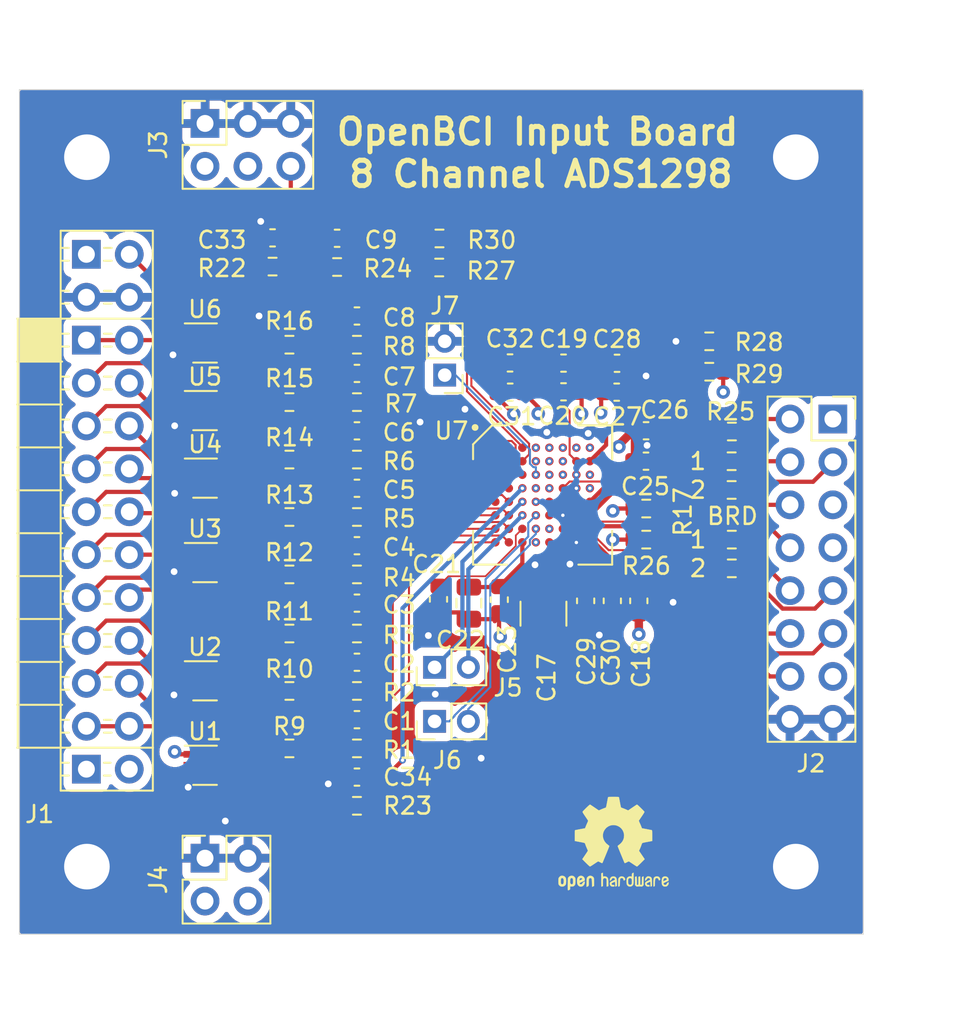
<source format=kicad_pcb>
(kicad_pcb (version 20221018) (generator pcbnew)
  (layers (0 "F.Cu" signal) (1 "In1.Cu" signal) (2 "In2.Cu" signal) (3 "In3.Cu" signal) (4 "In4.Cu" signal) (31 "B.Cu" signal) (34 "B.Paste" user) (35 "F.Paste" user) (36 "B.SilkS" user "B.Silkscreen") (37 "F.SilkS" user "F.Silkscreen") (38 "B.Mask" user) (39 "F.Mask" user) (44 "Edge.Cuts" user))
  (net 0 "")
  (net 1 "GND")
  (net 2 "-2V5")
  (net 3 "+2V5")
  (net 4 "/Analog_Input/1P")
  (net 5 "/Analog_Input/1N")
  (net 6 "/Analog_Input/2P")
  (net 7 "/Analog_Input/2N")
  (net 8 "/Analog_Input/3P")
  (net 9 "/Analog_Input/3N")
  (net 10 "/Analog_Input/4P")
  (net 11 "/Analog_Input/4N")
  (net 12 "/Analog_Input/5P")
  (net 13 "/Analog_Input/5N")
  (net 14 "/Analog_Input/6P")
  (net 15 "/Analog_Input/6N")
  (net 16 "/Analog_Input/7P")
  (net 17 "/Analog_Input/7N")
  (net 18 "/Analog_Input/8P")
  (net 19 "/Analog_Input/8N")
  (net 20 "/Analog_Input/BIAS")
  (net 21 "/ADS1298/IN1P")
  (net 22 "/ADS1298/IN2P")
  (net 23 "/ADS1298/IN3P")
  (net 24 "/ADS1298/IN4P")
  (net 25 "/ADS1298/IN5P")
  (net 26 "/ADS1298/IN6P")
  (net 27 "/ADS1298/IN7P")
  (net 28 "/ADS1298/IN8P")
  (net 29 "/ADS1298/IN1N")
  (net 30 "/ADS1298/IN2N")
  (net 31 "/ADS1298/IN3N")
  (net 32 "/ADS1298/IN4N")
  (net 33 "/ADS1298/IN5N")
  (net 34 "/ADS1298/IN6N")
  (net 35 "/ADS1298/IN7N")
  (net 36 "/ADS1298/IN8N")
  (net 37 "Net-(U7-VCAP1)")
  (net 38 "Net-(U7-VCAP2)")
  (net 39 "Net-(U7-VCAP3)")
  (net 40 "Net-(U7-VCAP4)")
  (net 41 "Net-(U7-VREFP)")
  (net 42 "+3.3V")
  (net 43 "/ADS1298/DRDY2")
  (net 44 "/ADS1298/DRDY1")
  (net 46 "/ADS1298/DOUT")
  (net 48 "/ADS1298/SCLK")
  (net 49 "/ADS1298/CS2")
  (net 50 "/ADS1298/CS1")
  (net 51 "/ADS1298/RESET")
  (net 52 "/ADS1298/CLK")
  (net 54 "/ADS1298/DIN")
  (net 55 "/ADS1298/CS")
  (net 56 "/ADS1298/DRDY")
  (net 57 "Net-(U7-CLKSEL)")
  (net 66 "Net-(J5-Pin_1)")
  (net 67 "Net-(J5-Pin_2)")
  (net 68 "Net-(J6-Pin_1)")
  (net 69 "Net-(J6-Pin_2)")
  (net 70 "/ADS1298/RL_OUT")
  (net 71 "/ADS1298/WCT")
  (net 72 "/Analog_Input/WCT_OUT")
  (net 73 "Net-(J7-Pin_1)")
  (net 74 "Net-(U7-RLDIN)")
  (net 75 "Net-(U7-RLDOUT)")
  (net 77 "Net-(U7-RLDINV)")
  (footprint "Capacitor_SMD:C_0603_1608Metric" (layer "F.Cu") (at 120 87.3)
    (fp_text reference "C1")
    (fp_text value "1n")
  )
  (footprint "Capacitor_SMD:C_0603_1608Metric" (layer "F.Cu") (at 120 83.9)
    (fp_text reference "C2")
    (fp_text value "1n")
  )
  (footprint "Capacitor_SMD:C_0603_1608Metric" (layer "F.Cu") (at 120 80.4)
    (fp_text reference "C3")
    (fp_text value "1n")
  )
  (footprint "Capacitor_SMD:C_0603_1608Metric" (layer "F.Cu") (at 120 77)
    (fp_text reference "C4")
    (fp_text value "1n")
  )
  (footprint "Capacitor_SMD:C_0603_1608Metric" (layer "F.Cu") (at 120 73.6)
    (fp_text reference "C5")
    (fp_text value "1n")
  )
  (footprint "Capacitor_SMD:C_0603_1608Metric" (layer "F.Cu") (at 120 70.2)
    (fp_text reference "C6")
    (fp_text value "1n")
  )
  (footprint "Capacitor_SMD:C_0603_1608Metric" (layer "F.Cu") (at 120 66.8)
    (fp_text reference "C7")
    (fp_text value "1n")
  )
  (footprint "Capacitor_SMD:C_0603_1608Metric" (layer "F.Cu") (at 120 63.4)
    (fp_text reference "C8")
    (fp_text value "1n")
  )
  (footprint "Capacitor_SMD:C_1210_3225Metric" (layer "F.Cu") (at 131.05 81.025 -90)
    (fp_text reference "C17")
    (fp_text value "100u")
  )
  (footprint "Capacitor_SMD:C_0603_1608Metric" (layer "F.Cu") (at 136.7 80.265 -90)
    (fp_text reference "C18")
    (fp_text value "1u")
  )
  (footprint "Capacitor_SMD:C_0603_1608Metric" (layer "F.Cu") (at 132.24 66.19)
    (fp_text reference "C19")
    (fp_text value "1u")
  )
  (footprint "Capacitor_SMD:C_0603_1608Metric" (layer "F.Cu") (at 132.24 67.89)
    (fp_text reference "C20")
    (fp_text value "0.1u")
  )
  (footprint "Capacitor_SMD:C_0603_1608Metric" (layer "F.Cu") (at 124.83 80.175 -90)
    (fp_text reference "C21")
    (fp_text value "1u")
  )
  (footprint "Capacitor_SMD:C_0805_2012Metric" (layer "F.Cu") (at 126.63 80.4 -90)
    (fp_text reference "C22")
    (fp_text value "10u")
  )
  (footprint "Capacitor_SMD:C_0603_1608Metric" (layer "F.Cu") (at 128.43 80.195 -90)
    (fp_text reference "C23")
    (fp_text value "0.1u")
  )
  (footprint "Capacitor_SMD:C_0603_1608Metric" (layer "F.Cu") (at 137.125 71.995)
    (fp_text reference "C25")
    (fp_text value "0.1u")
  )
  (footprint "Capacitor_SMD:C_0603_1608Metric" (layer "F.Cu") (at 137.13 70.195)
    (fp_text reference "C26")
    (fp_text value "1u")
  )
  (footprint "Capacitor_SMD:C_0603_1608Metric" (layer "F.Cu") (at 135.39 67.91)
    (fp_text reference "C27")
    (fp_text value "0.1u")
  )
  (footprint "Capacitor_SMD:C_0603_1608Metric" (layer "F.Cu") (at 135.41 66.2)
    (fp_text reference "C28")
    (fp_text value "1u")
  )
  (footprint "Capacitor_SMD:C_0603_1608Metric" (layer "F.Cu") (at 133.55 80.265 -90)
    (fp_text reference "C29")
    (fp_text value "0.1u")
  )
  (footprint "Capacitor_SMD:C_0603_1608Metric" (layer "F.Cu") (at 135.13 80.265 -90)
    (fp_text reference "C30")
    (fp_text value "1u")
  )
  (footprint "Capacitor_SMD:C_0603_1608Metric" (layer "F.Cu") (at 129.08 67.91)
    (fp_text reference "C31")
    (fp_text value "0.1u")
  )
  (footprint "Capacitor_SMD:C_0603_1608Metric" (layer "F.Cu") (at 129.07 66.18)
    (fp_text reference "C32")
    (fp_text value "1u")
  )
  (footprint "OpenBCI_ESP32:PinHeader_2x13_P2.54mm_OpenBCI" (layer "F.Cu") (at 102.7 78.8)
    (fp_text reference "J1")
    (fp_text value "Conn_02x13_Odd_Even")
  )
  (footprint "Resistor_SMD:R_0603_1608Metric" (layer "F.Cu") (at 120 89 180)
    (fp_text reference "R1")
    (fp_text value "2k2")
  )
  (footprint "Resistor_SMD:R_0603_1608Metric" (layer "F.Cu") (at 120 85.6 180)
    (fp_text reference "R2")
    (fp_text value "2k2")
  )
  (footprint "Resistor_SMD:R_0603_1608Metric" (layer "F.Cu") (at 120 82.2 180)
    (fp_text reference "R3")
    (fp_text value "2k2")
  )
  (footprint "Resistor_SMD:R_0603_1608Metric" (layer "F.Cu") (at 120 78.7 180)
    (fp_text reference "R4")
    (fp_text value "2k2")
  )
  (footprint "Resistor_SMD:R_0603_1608Metric" (layer "F.Cu") (at 120 75.3 180)
    (fp_text reference "R5")
    (fp_text value "2k2")
  )
  (footprint "Resistor_SMD:R_0603_1608Metric" (layer "F.Cu") (at 120 71.9 180)
    (fp_text reference "R6")
    (fp_text value "2k2")
  )
  (footprint "Resistor_SMD:R_0603_1608Metric" (layer "F.Cu") (at 120 68.5 180)
    (fp_text reference "R7")
    (fp_text value "2k2")
  )
  (footprint "Resistor_SMD:R_0603_1608Metric" (layer "F.Cu") (at 120 65.1 180)
    (fp_text reference "R8")
    (fp_text value "2k2")
  )
  (footprint "Resistor_SMD:R_0603_1608Metric" (layer "F.Cu") (at 116 89 180)
    (fp_text reference "R9")
    (fp_text value "2k2")
  )
  (footprint "Resistor_SMD:R_0603_1608Metric" (layer "F.Cu") (at 116 85.6 180)
    (fp_text reference "R10")
    (fp_text value "2k2")
  )
  (footprint "Resistor_SMD:R_0603_1608Metric" (layer "F.Cu") (at 116 82.2 180)
    (fp_text reference "R11")
    (fp_text value "2k2")
  )
  (footprint "Resistor_SMD:R_0603_1608Metric" (layer "F.Cu") (at 116 78.7 180)
    (fp_text reference "R12")
    (fp_text value "2k2")
  )
  (footprint "Resistor_SMD:R_0603_1608Metric" (layer "F.Cu") (at 116 75.3 180)
    (fp_text reference "R13")
    (fp_text value "2k2")
  )
  (footprint "Resistor_SMD:R_0603_1608Metric" (layer "F.Cu") (at 116 71.9 180)
    (fp_text reference "R14")
    (fp_text value "2k2")
  )
  (footprint "Resistor_SMD:R_0603_1608Metric" (layer "F.Cu") (at 116 68.5 180)
    (fp_text reference "R15")
    (fp_text value "2k2")
  )
  (footprint "Resistor_SMD:R_0603_1608Metric" (layer "F.Cu") (at 116 65.1 180)
    (fp_text reference "R16")
    (fp_text value "2k2")
  )
  (footprint "Package_TO_SOT_SMD:SOT-363_SC-70-6" (layer "F.Cu") (at 111 90)
    (fp_text reference "U1")
    (fp_text value "TPD4E1B06")
  )
  (footprint "Package_TO_SOT_SMD:SOT-363_SC-70-6" (layer "F.Cu") (at 111 85)
    (fp_text reference "U2")
    (fp_text value "TPD4E1B06")
  )
  (footprint "Package_TO_SOT_SMD:SOT-363_SC-70-6" (layer "F.Cu") (at 111 78)
    (fp_text reference "U3")
    (fp_text value "TPD4E1B06")
  )
  (footprint "Package_TO_SOT_SMD:SOT-363_SC-70-6" (layer "F.Cu") (at 111 73)
    (fp_text reference "U4")
    (fp_text value "TPD4E1B06")
  )
  (footprint "Package_TO_SOT_SMD:SOT-363_SC-70-6" (layer "F.Cu") (at 111 69)
    (fp_text reference "U5")
    (fp_text value "TPD4E1B06")
  )
  (footprint "Package_TO_SOT_SMD:SOT-363_SC-70-6" (layer "F.Cu") (at 111 65)
    (fp_text reference "U6")
    (fp_text value "TPD4E1B06")
  )
  (footprint "OpenBCI_ESP32:BGA-64_8x8_8.0x8.0mm" (layer "F.Cu") (at 131 74)
    (fp_text reference "U7")
    (fp_text value "ADS1298RIZXGR")
  )
  (footprint "Connector_PinSocket_2.54mm:PinSocket_2x08_P2.54mm_Vertical" (layer "F.Cu") (at 148.2 69.5)
    (fp_text reference "J2")
    (fp_text value "Conn_02x08_Odd_Even")
  )
  (footprint "Resistor_SMD:R_0603_1608Metric" (layer "F.Cu") (at 142.21 76.64 180)
    (fp_text reference "R18" hide)
    (fp_text value "0R")
  )
  (footprint "Resistor_SMD:R_0603_1608Metric" (layer "F.Cu") (at 142.21 78.34 180)
    (fp_text reference "R19" hide)
    (fp_text value "NF")
  )
  (footprint "Resistor_SMD:R_0603_1608Metric" (layer "F.Cu") (at 142.2 72 180)
    (fp_text reference "R20" hide)
    (fp_text value "0R")
  )
  (footprint "Resistor_SMD:R_0603_1608Metric" (layer "F.Cu") (at 142.2 73.7 180)
    (fp_text reference "R21" hide)
    (fp_text value "NF")
  )
  (footprint "Capacitor_SMD:C_0603_1608Metric" (layer "F.Cu") (at 115 58.775 180)
    (fp_text reference "C33")
    (fp_text value "1n")
  )
  (footprint "Capacitor_SMD:C_0603_1608Metric" (layer "F.Cu") (at 120 90.7 180)
    (fp_text reference "C34")
    (fp_text value "1n")
  )
  (footprint "Resistor_SMD:R_0603_1608Metric" (layer "F.Cu") (at 115 60.475 180)
    (fp_text reference "R22")
    (fp_text value "2k2")
  )
  (footprint "Resistor_SMD:R_0603_1608Metric" (layer "F.Cu") (at 120 92.4 180)
    (fp_text reference "R23")
    (fp_text value "2k2")
  )
  (footprint "Resistor_SMD:R_0603_1608Metric" (layer "F.Cu") (at 118.825 60.5)
    (fp_text reference "R24")
    (fp_text value "330K")
  )
  (footprint "Connector_PinSocket_2.54mm:PinSocket_2x03_P2.54mm_Vertical" (layer "F.Cu") (at 111 52 90)
    (fp_text reference "J3")
    (fp_text value "Conn_02x03_Odd_Even")
  )
  (footprint "Connector_PinSocket_2.54mm:PinSocket_2x02_P2.54mm_Vertical" (layer "F.Cu") (at 111 95.5 90)
    (fp_text reference "J4")
    (fp_text value "Conn_02x02_Odd_Even")
  )
  (footprint "MountingHole:MountingHole_2.7mm_M2.5" (layer "F.Cu") (at 104 54)
    (fp_text reference "H1" hide)
    (fp_text value "MountingHole")
  )
  (footprint "MountingHole:MountingHole_2.7mm_M2.5" (layer "F.Cu") (at 104 96)
    (fp_text reference "H2" hide)
    (fp_text value "MountingHole")
  )
  (footprint "MountingHole:MountingHole_2.7mm_M2.5" (layer "F.Cu") (at 146 54)
    (fp_text reference "H3" hide)
    (fp_text value "MountingHole")
  )
  (footprint "MountingHole:MountingHole_2.7mm_M2.5" (layer "F.Cu") (at 146 96)
    (fp_text reference "H4" hide)
    (fp_text value "MountingHole")
  )
  (footprint "Symbol:OSHW-Logo2_7.3x6mm_SilkScreen" (layer "F.Cu") (at 135.2 94.63)
    (fp_text reference "LOGO1" hide)
    (fp_text value "Logo_Open_Hardware_Small" hide)
  )
  (footprint "Resistor_SMD:R_0603_1608Metric" (layer "F.Cu") (at 142.215 70.24 180)
    (fp_text reference "R25")
    (fp_text value "100k")
  )
  (footprint "Connector_PinHeader_2.00mm:PinHeader_1x02_P2.00mm_Vertical" (layer "F.Cu") (at 124.6 84.2 90)
    (fp_text reference "J5")
    (fp_text value "Conn_01x02")
  )
  (footprint "Connector_PinHeader_2.00mm:PinHeader_1x02_P2.00mm_Vertical" (layer "F.Cu") (at 124.6 87.4 90)
    (fp_text reference "J6")
    (fp_text value "Conn_01x02")
  )
  (footprint "Connector_PinHeader_2.00mm:PinHeader_1x02_P2.00mm_Vertical" (layer "F.Cu") (at 125.2 66.9 180)
    (fp_text reference "J7")
    (fp_text value "Conn_01x02")
  )
  (footprint "Resistor_SMD:R_0603_1608Metric" (layer "F.Cu") (at 137.14 76.64)
    (fp_text reference "R26")
    (fp_text value "100k")
  )
  (footprint "Resistor_SMD:R_0603_1608Metric" (layer "F.Cu") (at 137.14 74.8)
    (fp_text reference "R17")
    (fp_text value "100k")
  )
  (footprint "Capacitor_SMD:C_0603_1608Metric" (layer "F.Cu") (at 118.825 58.8 180)
    (fp_text reference "C9")
    (fp_text value "10n")
  )
  (footprint "Resistor_SMD:R_0603_1608Metric" (layer "F.Cu") (at 140.875 66.7)
    (fp_text reference "R29")
    (fp_text value "0R")
  )
  (footprint "Resistor_SMD:R_0603_1608Metric" (layer "F.Cu") (at 124.89 58.81 180)
    (fp_text reference "R30")
    (fp_text value "0R")
  )
  (footprint "Resistor_SMD:R_0603_1608Metric" (layer "F.Cu") (at 140.875 64.9)
    (fp_text reference "R28")
    (fp_text value "NF")
  )
  (footprint "Resistor_SMD:R_0603_1608Metric" (layer "F.Cu") (at 124.875 60.53 180)
    (fp_text reference "R27")
    (fp_text value "NF")
  )
  (gr_line (start 150 50) (end 100 50) (stroke (width 0.05)) (layer "Edge.Cuts"))
  (gr_line (start 150 100) (end 150 50) (stroke (width 0.05)) (layer "Edge.Cuts"))
  (gr_line (start 100 100) (end 150 100) (stroke (width 0.05)) (layer "Edge.Cuts"))
  (gr_line (start 100 50) (end 100 100) (stroke (width 0.05)) (layer "Edge.Cuts"))
  (gr_text "2" (at 140.21 78.34) (layer "F.SilkS") (effects (font (size 1 1))))
  (gr_text "2" (at 140.2 73.7) (layer "F.SilkS") (effects (font (size 1 1))))
  (gr_text "8 Channel ADS1298" (at 130.9 55) (layer "F.SilkS") (effects (font (size 1.5 1.5) (thickness 0.3))))
  (gr_text "1" (at 140.21 76.64) (layer "F.SilkS") (effects (font (size 1 1))))
  (gr_text "OpenBCI Input Board" (at 130.7 52.5) (layer "F.SilkS") (effects (font (size 1.5 1.5) (thickness 0.3))))
  (gr_text "BRD" (at 142.25 75.25) (layer "F.SilkS") (effects (font (size 1 1))))
  (gr_text "1" (at 140.2 72) (layer "F.SilkS") (effects (font (size 1 1))))
  (segment (start 119.225 90.7) (end 118.7 90.7) (width 0.25) (layer "F.Cu") (net 1))
  (segment (start 110.05 91.25) (end 110 91.3) (width 0.25) (layer "F.Cu") (net 1))
  (segment (start 109.2 73.9) (end 109.8 73.9) (width 0.25) (layer "F.Cu") (net 1))
  (segment (start 118.7 90.7) (end 118.3 91.1) (width 0.25) (layer "F.Cu") (net 1))
  (segment (start 137.9 71.995) (end 137.9 70.2) (width 0.25) (layer "F.Cu") (net 1))
  (segment (start 137.2 71.06) (end 137.19 71.06) (width 0.25) (layer "F.Cu") (net 1))
  (segment (start 140.05 64.9) (end 138.9 64.9) (width 0.25) (layer "F.Cu") (net 1))
  (segment (start 137.905 70.355) (end 137.2 71.06) (width 0.25) (layer "F.Cu") (net 1))
  (segment (start 110.05 65.65) (end 109.15 65.65) (width 0.25) (layer "F.Cu") (net 1))
  (segment (start 109.341856 85.65) (end 109.157667 85.834189) (width 0.25) (layer "F.Cu") (net 1))
  (segment (start 109.8 69.9) (end 110.05 69.65) (width 0.25) (layer "F.Cu") (net 1))
  (segment (start 114.225 58.775) (end 114.225 57.875) (width 0.25) (layer "F.Cu") (net 1))
  (segment (start 137.905 70.195) (end 137.905 70.205) (width 0.25) (layer "F.Cu") (net 1))
  (segment (start 109.8 73.9) (end 110.05 73.65) (width 0.25) (layer "F.Cu") (net 1))
  (segment (start 114.225 57.875) (end 114.3 57.8) (width 0.25) (layer "F.Cu") (net 1))
  (segment (start 109.2 69.9) (end 109.8 69.9) (width 0.25) (layer "F.Cu") (net 1))
  (segment (start 110.05 78.65) (end 109.280751 78.65) (width 0.25) (layer "F.Cu") (net 1))
  (segment (start 109.15 65.65) (end 109.1 65.7) (width 0.25) (layer "F.Cu") (net 1))
  (segment (start 110.05 90.65) (end 110.05 91.25) (width 0.25) (layer "F.Cu") (net 1))
  (segment (start 137.905 70.195) (end 137.905 70.395) (width 0.25) (layer "F.Cu") (net 1))
  (segment (start 110.05 85.65) (end 109.341856 85.65) (width 0.25) (layer "F.Cu") (net 1))
  (segment (start 137.9 71.995) (end 137.9 72.15) (width 0.25) (layer "F.Cu") (net 1))
  (segment (start 115.225 63.4) (end 114.2 63.4) (width 0.25) (layer "F.Cu") (net 1))
  (segment (start 109.280751 78.65) (end 109.166432 78.535681) (width 0.25) (layer "F.Cu") (net 1))
  (segment (start 137.9 70.2) (end 137.905 70.195) (width 0.25) (layer "F.Cu") (net 1))
  (segment (start 137.905 70.195) (end 137.905 70.355) (width 0.25) (layer "F.Cu") (net 1))
  (via (at 124.23 82.32) (size 0.8) (drill 0.4) (layers "F.Cu" "B.Cu") (net 1))
  (via (at 134.36 82.29) (size 0.8) (drill 0.4) (layers "F.Cu" "B.Cu") (net 1))
  (via (at 127.36 89.58) (size 0.8) (drill 0.4) (layers "F.Cu" "B.Cu") (net 1))
  (via (at 109.2 69.9) (size 0.8) (drill 0.4) (layers "F.Cu" "B.Cu") (net 1))
  (via (at 138.73 80.35) (size 0.8) (drill 0.4) (layers "F.Cu" "B.Cu") (net 1))
  (via (at 132.62 78.09) (size 0.8) (drill 0.4) (layers "F.Cu" "B.Cu") (net 1))
  (via (at 114.2 63.4) (size 0.8) (drill 0.4) (layers "F.Cu" "B.Cu") (net 1))
  (via (at 114.3 57.8) (size 0.8) (drill 0.4) (layers "F.Cu" "B.Cu") (net 1))
  (via (at 137.13 66.95) (size 0.8) (drill 0.4) (layers "F.Cu" "B.Cu") (net 1))
  (via (at 124.64 85.79) (size 0.8) (drill 0.4) (layers "F.Cu" "B.Cu") (net 1))
  (via (at 110 91.3) (size 0.8) (drill 0.4) (layers "F.Cu" "B.Cu") (net 1))
  (via (at 131.25 70.29) (size 0.8) (drill 0.4) (layers "F.Cu" "B.Cu") (net 1))
  (via (at 123.74 69.68) (size 0.8) (drill 0.4) (layers "F.Cu" "B.Cu") (net 1))
  (via (at 133 72.8) (size 0.4) (drill 0.2) (layers "F.Cu" "B.Cu") (net 1))
  (via (at 126.4 68.92) (size 0.8) (drill 0.4) (layers "F.Cu" "B.Cu") (net 1))
  (via (at 112.2 93.3) (size 0.8) (drill 0.4) (layers "F.Cu" "B.Cu") (net 1))
  (via (at 109.2 73.9) (size 0.8) (drill 0.4) (layers "F.Cu" "B.Cu") (net 1))
  (via (at 133.7 70.35) (size 0.8) (drill 0.4) (layers "F.Cu" "B.Cu") (net 1))
  (via (at 137.19 71.06) (size 0.8) (drill 0.4) (layers "F.Cu" "B.Cu") (net 1))
  (via (at 118.3 91.1) (size 0.8) (drill 0.4) (layers "F.Cu" "B.Cu") (net 1))
  (via (at 138.9 64.9) (size 0.8) (drill 0.4) (layers "F.Cu" "B.Cu") (net 1))
  (via (at 132.2 75.2) (size 0.4) (drill 0.2) (layers "F.Cu" "B.Cu") (net 1))
  (via (at 133 73.6) (size 0.4) (drill 0.2) (layers "F.Cu" "B.Cu") (net 1))
  (via (at 109.1 65.7) (size 0.8) (drill 0.4) (layers "F.Cu" "B.Cu") (net 1))
  (via (at 130.55 78.13) (size 0.8) (drill 0.4) (layers "F.Cu" "B.Cu") (net 1))
  (via (at 109.157667 85.834189) (size 0.8) (drill 0.4) (layers "F.Cu" "B.Cu") (net 1))
  (via (at 109.166432 78.535681) (size 0.8) (drill 0.4) (layers "F.Cu" "B.Cu") (net 1))
  (via (at 133 76.81) (size 0.4) (drill 0.2) (layers "F.Cu" "B.Cu") (net 1))
  (via (at 130.6 74.4) (size 0.4) (drill 0.2) (layers "F.Cu" "B.Cu") (net 1))
  (segment (start 128.42 82.33) (end 128.49 82.4) (width 0.25) (layer "F.Cu") (net 2))
  (segment (start 109.35 89.35) (end 109.2 89.2) (width 0.25) (layer "F.Cu") (net 2))
  (segment (start 133.31 68.185) (end 133.31 69.19) (width 0.25) (layer "F.Cu") (net 2))
  (segment (start 129.96 82.5) (end 131.05 82.5) (width 0.25) (layer "F.Cu") (net 2))
  (segment (start 129.855 67.91) (end 130.74 68.795) (width 0.25) (layer "F.Cu") (net 2))
  (segment (start 133.015 67.89) (end 133.31 68.185) (width 0.25) (layer "F.Cu") (net 2))
  (segment (start 128.3525 81.285) (end 128.165 81.4725) (width 0.25) (layer "F.Cu") (net 2))
  (segment (start 124.83 80.95) (end 126.23 80.95) (width 0.25) (layer "F.Cu") (net 2))
  (segment (start 128.43 80.97) (end 128.42 80.98) (width 0.25) (layer "F.Cu") (net 2))
  (segment (start 126.23 80.95) (end 126.63 81.35) (width 0.25) (layer "F.Cu") (net 2))
  (segment (start 130.74 68.795) (end 130.74 69.18) (width 0.25) (layer "F.Cu") (net 2))
  (segment (start 133.015 66.19) (end 133.015 67.89) (width 0.25) (layer "F.Cu") (net 2))
  (segment (start 131.05 81.99) (end 133.55 79.49) (width 0.25) (layer "F.Cu") (net 2))
  (segment (start 128.43 80.97) (end 129.96 82.5) (width 0.25) (layer "F.Cu") (net 2))
  (segment (start 136.7 81.04) (end 136.7 82.24) (width 0.5) (layer "F.Cu") (net 2))
  (segment (start 110.05 89.35) (end 109.35 89.35) (width 0.25) (layer "F.Cu") (net 2))
  (segment (start 135.13 79.49) (end 135.15 79.49) (width 0.25) (layer "F.Cu") (net 2))
  (segment (start 135.15 79.49) (end 136.7 81.04) (width 0.25) (layer "F.Cu") (net 2))
  (segment (start 128.05 81.35) (end 128.43 80.97) (width 0.25) (layer "F.Cu") (net 2))
  (segment (start 128.42 80.98) (end 128.42 82.33) (width 0.25) (layer "F.Cu") (net 2))
  (segment (start 131.05 82.5) (end 131.05 81.99) (width 0.25) (layer "F.Cu") (net 2))
  (segment (start 135.13 79.49) (end 133.55 79.49) (width 0.25) (layer "F.Cu") (net 2))
  (segment (start 129.845 66.18) (end 129.845 67.9) (width 0.25) (layer "F.Cu") (net 2))
  (segment (start 126.63 81.35) (end 128.05 81.35) (width 0.25) (layer "F.Cu") (net 2))
  (via (at 131.4 71.2) (size 0.4) (drill 0.2) (layers "F.Cu" "B.Cu") (net 2))
  (via (at 130.6 76.8) (size 0.4) (drill 0.2) (layers "F.Cu" "B.Cu") (net 2))
  (via (at 131.4 72) (size 0.4) (drill 0.2) (layers "F.Cu" "B.Cu") (net 2))
  (via (at 109.2 89.2) (size 0.8) (drill 0.4) (layers "F.Cu" "B.Cu") (net 2))
  (via (at 133.31 69.19) (size 0.8) (drill 0.4) (layers "F.Cu" "B.Cu") (net 2))
  (via (at 136.7 82.24) (size 0.8) (drill 0.4) (layers "F.Cu" "B.Cu") (net 2))
  (via (at 131.4 72.8) (size 0.4) (drill 0.2) (layers "F.Cu" "B.Cu") (net 2))
  (via (at 130.74 69.18) (size 0.8) (drill 0.4) (layers "F.Cu" "B.Cu") (net 2))
  (via (at 130.6 73.6) (size 0.4) (drill 0.2) (layers "F.Cu" "B.Cu") (net 2))
  (via (at 131.4 73.6) (size 0.4) (drill 0.2) (layers "F.Cu" "B.Cu") (net 2))
  (via (at 133.8 71.2) (size 0.4) (drill 0.2) (layers "F.Cu" "B.Cu") (net 2))
  (via (at 128.49 82.4) (size 0.8) (drill 0.4) (layers "F.Cu" "B.Cu") (net 2))
  (segment (start 129.29 69.19) (end 129.29 69.2) (width 0.25) (layer "F.Cu") (net 3))
  (segment (start 128.295 66.18) (end 128.295 67.9) (width 0.25) (layer "F.Cu") (net 3))
  (segment (start 134.615 67.91) (end 134.47 68.055) (width 0.25) (layer "F.Cu") (net 3))
  (segment (start 110.05 64.35) (end 110.05 63.29) (width 0.25) (layer "F.Cu") (net 3))
  (segment (start 128.305 67.91) (end 128.305 68.205) (width 0.25) (layer "F.Cu") (net 3))
  (segment (start 134.635 67.89) (end 134.615 67.91) (width 0.25) (layer "F.Cu") (net 3))
  (segment (start 128.305 68.205) (end 129.29 69.19) (width 0.25) (layer "F.Cu") (net 3))
  (segment (start 110.05 63.29) (end 106.51 59.75) (width 0.25) (layer "F.Cu") (net 3))
  (segment (start 134.635 66.2) (end 134.635 67.89) (width 0.25) (layer "F.Cu") (net 3))
  (segment (start 128.295 67.9) (end 128.305 67.91) (width 0.25) (layer "F.Cu") (net 3))
  (segment (start 134.47 68.055) (end 134.47 69.1) (width 0.25) (layer "F.Cu") (net 3))
  (segment (start 134.47 69.1) (end 134.44 69.13) (width 0.25) (layer "F.Cu") (net 3))
  (via (at 132.2 72.8) (size 0.4) (drill 0.2) (layers "F.Cu" "B.Cu") (net 3))
  (via (at 130.6 72) (size 0.4) (drill 0.2) (layers "F.Cu" "B.Cu") (net 3))
  (via (at 132.2 72) (size 0.4) (drill 0.2) (layers "F.Cu" "B.Cu") (net 3))
  (via (at 130.6 71.2) (size 0.4) (drill 0.2) (layers "F.Cu" "B.Cu") (net 3))
  (via (at 134.44 69.13) (size 0.8) (drill 0.4) (layers "F.Cu" "B.Cu") (net 3))
  (via (at 129.29 69.2) (size 0.8) (drill 0.4) (layers "F.Cu" "B.Cu") (net 3))
  (via (at 132.2 71.2) (size 0.4) (drill 0.2) (layers "F.Cu" "B.Cu") (net 3))
  (via (at 133 71.2) (size 0.4) (drill 0.2) (layers "F.Cu" "B.Cu") (net 3))
  (segment (start 108.3692 87.0092) (end 110.5908 87.0092) (width 0.25) (layer "F.Cu") (net 4))
  (segment (start 111.95 87.15) (end 111.95 85.65) (width 0.25) (layer "F.Cu") (net 4))
  (segment (start 110.5908 87.0092) (end 111.95 85.65) (width 0.25) (layer "F.Cu") (net 4))
  (segment (start 106.51 85.15) (end 108.3692 87.0092) (width 0.25) (layer "F.Cu") (net 4))
  (segment (start 119.175 89) (end 118.37499 89.80001) (width 0.25) (layer "F.Cu") (net 4))
  (segment (start 118.37499 89.80001) (end 114.60001 89.80001) (width 0.25) (layer "F.Cu") (net 4))
  (segment (start 114.60001 89.80001) (end 111.95 87.15) (width 0.25) (layer "F.Cu") (net 4))
  (segment (start 113.574999 88.138589) (end 113.574999 86.049999) (width 0.25) (layer "F.Cu") (net 5))
  (segment (start 111.53641 85) (end 111.95 85) (width 0.25) (layer "F.Cu") (net 5))
  (segment (start 110.250812 86.55919) (end 111.086401 85.723601) (width 0.25) (layer "F.Cu") (net 5))
  (segment (start 111.086401 85.450009) (end 111.53641 85) (width 0.25) (layer "F.Cu") (net 5))
  (segment (start 112.525 85) (end 111.95 85) (width 0.25) (layer "F.Cu") (net 5))
  (segment (start 105.145001 83.974999) (end 107.238589 83.974999) (width 0.25) (layer "F.Cu") (net 5))
  (segment (start 107.238589 83.974999) (end 108.432666 85.169076) (width 0.25) (layer "F.Cu") (net 5))
  (segment (start 113.574999 86.049999) (end 112.525 85) (width 0.25) (layer "F.Cu") (net 5))
  (segment (start 114.43641 89) (end 113.574999 88.138589) (width 0.25) (layer "F.Cu") (net 5))
  (segment (start 115.175 89) (end 114.43641 89) (width 0.25) (layer "F.Cu") (net 5))
  (segment (start 108.432666 86.18219) (end 108.809666 86.55919) (width 0.25) (layer "F.Cu") (net 5))
  (segment (start 108.809666 86.55919) (end 110.250812 86.55919) (width 0.25) (layer "F.Cu") (net 5))
  (segment (start 108.432666 85.169076) (end 108.432666 86.18219) (width 0.25) (layer "F.Cu") (net 5))
  (segment (start 103.97 85.15) (end 105.145001 83.974999) (width 0.25) (layer "F.Cu") (net 5))
  (segment (start 111.086401 85.723601) (end 111.086401 85.450009) (width 0.25) (layer "F.Cu") (net 5))
  (segment (start 109.5 85) (end 110.05 85) (width 0.25) (layer "F.Cu") (net 6))
  (segment (start 114.44999 86.092468) (end 114.757532 86.40001) (width 0.25) (layer "F.Cu") (net 6))
  (segment (start 111.364999 83.824999) (end 112.535001 83.824999) (width 0.25) (layer "F.Cu") (net 6))
  (segment (start 106.51 82.61) (end 107.6 83.7) (width 0.25) (layer "F.Cu") (net 6))
  (segment (start 114.44999 85.739988) (end 114.44999 86.092468) (width 0.25) (layer "F.Cu") (net 6))
  (segment (start 111.299999 84.600001) (end 111.299999 83.889999) (width 0.25) (layer "F.Cu") (net 6))
  (segment (start 110.05 85) (end 110.9 85) (width 0.25) (layer "F.Cu") (net 6))
  (segment (start 112.535001 83.824999) (end 114.44999 85.739988) (width 0.25) (layer "F.Cu") (net 6))
  (segment (start 118.042478 85.6) (end 117.242468 86.40001) (width 0.25) (layer "F.Cu") (net 6))
  (segment (start 107.6 83.7) (end 108.2 83.7) (width 0.25) (layer "F.Cu") (net 6))
  (segment (start 111.299999 83.889999) (end 111.364999 83.824999) (width 0.25) (layer "F.Cu") (net 6))
  (segment (start 110.9 85) (end 111.299999 84.600001) (width 0.25) (layer "F.Cu") (net 6))
  (segment (start 108.2 83.7) (end 109.5 85) (width 0.25) (layer "F.Cu") (net 6))
  (segment (start 117.242468 86.40001) (end 114.757532 86.40001) (width 0.25) (layer "F.Cu") (net 6))
  (segment (start 119.175 85.6) (end 118.042478 85.6) (width 0.25) (layer "F.Cu") (net 6))
  (segment (start 111.5 82.9) (end 112.5 82.9) (width 0.25) (layer "F.Cu") (net 7))
  (segment (start 110.05 84.35) (end 111.5 82.9) (width 0.25) (layer "F.Cu") (net 7))
  (segment (start 112.5 82.9) (end 115.175 85.575) (width 0.25) (layer "F.Cu") (net 7))
  (segment (start 105.145001 81.434999) (end 107.134999 81.434999) (width 0.25) (layer "F.Cu") (net 7))
  (segment (start 103.97 82.61) (end 105.145001 81.434999) (width 0.25) (layer "F.Cu") (net 7))
  (segment (start 107.134999 81.434999) (end 110.05 84.35) (width 0.25) (layer "F.Cu") (net 7))
  (segment (start 111.03641 79.6) (end 111.95 78.68641) (width 0.25) (layer "F.Cu") (net 8))
  (segment (start 110.821401 79.625012) (end 110.846413 79.6) (width 0.25) (layer "F.Cu") (net 8))
  (segment (start 108.521338 79.6) (end 108.632031 79.710693) (width 0.25) (layer "F.Cu") (net 8))
  (segment (start 114.757532 83.00001) (end 117.97499 83.00001) (width 0.25) (layer "F.Cu") (net 8))
  (segment (start 108.632031 79.710693) (end 109.700833 79.710693) (width 0.25) (layer "F.Cu") (net 8))
  (segment (start 109.786514 79.625012) (end 110.821401 79.625012) (width 0.25) (layer "F.Cu") (net 8))
  (segment (start 113.182298 79.882298) (end 113.182298 80.635009) (width 0.25) (layer "F.Cu") (net 8))
  (segment (start 110.846413 79.6) (end 111.03641 79.6) (width 0.25) (layer "F.Cu") (net 8))
  (segment (start 106.98 79.6) (end 108.521338 79.6) (width 0.25) (layer "F.Cu") (net 8))
  (segment (start 117.97499 83.00001) (end 118.775 82.2) (width 0.25) (layer "F.Cu") (net 8))
  (segment (start 109.700833 79.710693) (end 109.786514 79.625012) (width 0.25) (layer "F.Cu") (net 8))
  (segment (start 111.95 78.65) (end 113.182298 79.882298) (width 0.25) (layer "F.Cu") (net 8))
  (segment (start 113.923248 81.286837) (end 114.150557 81.514146) (width 0.25) (layer "F.Cu") (net 8))
  (segment (start 113.182298 80.635009) (end 113.834126 81.286837) (width 0.25) (layer "F.Cu") (net 8))
  (segment (start 114.150557 81.514146) (end 114.150557 82.393035) (width 0.25) (layer "F.Cu") (net 8))
  (segment (start 118.775 82.2) (end 119.175 82.2) (width 0.25) (layer "F.Cu") (net 8))
  (segment (start 111.95 78.68641) (end 111.95 78.65) (width 0.25) (layer "F.Cu") (net 8))
  (segment (start 114.150557 82.393035) (end 114.757532 83.00001) (width 0.25) (layer "F.Cu") (net 8))
  (segment (start 106.51 80.07) (end 106.98 79.6) (width 0.25) (layer "F.Cu") (net 8))
  (segment (start 111.299999 78.510003) (end 111.299999 78.075001) (width 0.25) (layer "F.Cu") (net 9))
  (segment (start 105.145001 78.894999) (end 108.452746 78.894999) (width 0.25) (layer "F.Cu") (net 9))
  (segment (start 108.452746 78.894999) (end 108.818431 79.260682) (width 0.25) (layer "F.Cu") (net 9))
  (segment (start 112.563599 78) (end 113.643526 79.079927) (width 0.25) (layer "F.Cu") (net 9))
  (segment (start 114.020526 80.836826) (end 114.286826 80.836826) (width 0.25) (layer "F.Cu") (net 9))
  (segment (start 113.643526 79.079927) (end 113.643526 80.459826) (width 0.25) (layer "F.Cu") (net 9))
  (segment (start 108.818431 79.260682) (end 109.514433 79.260682) (width 0.25) (layer "F.Cu") (net 9))
  (segment (start 111.299999 78.075001) (end 111.375 78) (width 0.25) (layer "F.Cu") (net 9))
  (segment (start 109.514433 79.260682) (end 109.600114 79.175001) (width 0.25) (layer "F.Cu") (net 9))
  (segment (start 103.97 80.07) (end 105.145001 78.894999) (width 0.25) (layer "F.Cu") (net 9))
  (segment (start 111.95 78) (end 112.563599 78) (width 0.25) (layer "F.Cu") (net 9))
  (segment (start 109.600114 79.175001) (end 110.635001 79.175001) (width 0.25) (layer "F.Cu") (net 9))
  (segment (start 115.175 81.725) (end 115.175 82.2) (width 0.25) (layer "F.Cu") (net 9))
  (segment (start 110.635001 79.175001) (end 111.299999 78.510003) (width 0.25) (layer "F.Cu") (net 9))
  (segment (start 113.643526 80.459826) (end 114.020526 80.836826) (width 0.25) (layer "F.Cu") (net 9))
  (segment (start 114.286826 80.836826) (end 115.175 81.725) (width 0.25) (layer "F.Cu") (net 9))
  (segment (start 111.375 78) (end 111.95 78) (width 0.25) (layer "F.Cu") (net 9))
  (segment (start 114.44999 78.739988) (end 114.44999 79.192468) (width 0.25) (layer "F.Cu") (net 10))
  (segment (start 110.05 78) (end 110.625 78) (width 0.25) (layer "F.Cu") (net 10))
  (segment (start 117.97499 79.50001) (end 118.775 78.7) (width 0.25) (layer "F.Cu") (net 10))
  (segment (start 106.51 77.53) (end 109.119998 77.53) (width 0.25) (layer "F.Cu") (net 10))
  (segment (start 111.299999 77.325001) (end 111.299999 76.889999) (width 0.25) (layer "F.Cu") (net 10))
  (segment (start 109.925001 77.875001) (end 110.05 78) (width 0.25) (layer "F.Cu") (net 10))
  (segment (start 109.464999 77.875001) (end 109.925001 77.875001) (width 0.25) (layer "F.Cu") (net 10))
  (segment (start 114.44999 79.192468) (end 114.757532 79.50001) (width 0.25) (layer "F.Cu") (net 10))
  (segment (start 110.625 78) (end 111.299999 77.325001) (width 0.25) (layer "F.Cu") (net 10))
  (segment (start 111.364999 76.824999) (end 112.535001 76.824999) (width 0.25) (layer "F.Cu") (net 10))
  (segment (start 112.535001 76.824999) (end 114.44999 78.739988) (width 0.25) (layer "F.Cu") (net 10))
  (segment (start 111.299999 76.889999) (end 111.364999 76.824999) (width 0.25) (layer "F.Cu") (net 10))
  (segment (start 118.775 78.7) (end 119.175 78.7) (width 0.25) (layer "F.Cu") (net 10))
  (segment (start 114.757532 79.50001) (end 117.97499 79.50001) (width 0.25) (layer "F.Cu") (net 10))
  (segment (start 109.119998 77.53) (end 109.464999 77.875001) (width 0.25) (layer "F.Cu") (net 10))
  (segment (start 103.97 77.53) (end 105.145001 76.354999) (width 0.25) (layer "F.Cu") (net 11))
  (segment (start 110.05 77.35) (end 111.45 75.95) (width 0.25) (layer "F.Cu") (net 11))
  (segment (start 109.054999 76.354999) (end 110.05 77.35) (width 0.25) (layer "F.Cu") (net 11))
  (segment (start 111.45 75.95) (end 112.296412 75.95) (width 0.25) (layer "F.Cu") (net 11))
  (segment (start 115.175 78.675) (end 115.175 78.7) (width 0.25) (layer "F.Cu") (net 11))
  (segment (start 112.296412 75.95) (end 113.474998 77.128586) (width 0.25) (layer "F.Cu") (net 11))
  (segment (start 113.628586 77.128586) (end 115.175 78.675) (width 0.25) (layer "F.Cu") (net 11))
  (segment (start 105.145001 76.354999) (end 109.054999 76.354999) (width 0.25) (layer "F.Cu") (net 11))
  (segment (start 113.474998 77.128586) (end 113.628586 77.128586) (width 0.25) (layer "F.Cu") (net 11))
  (segment (start 119.175 75.3) (end 118.042478 75.3) (width 0.25) (layer "F.Cu") (net 12))
  (segment (start 106.51 74.99) (end 106.595011 75.075011) (width 0.25) (layer "F.Cu") (net 12))
  (segment (start 111.95 73.95) (end 111.95 73.65) (width 0.25) (layer "F.Cu") (net 12))
  (segment (start 117.242468 76.10001) (end 114.10001 76.10001) (width 0.25) (layer "F.Cu") (net 12))
  (segment (start 118.042478 75.3) (end 117.242468 76.10001) (width 0.25) (layer "F.Cu") (net 12))
  (segment (start 111.95 74.1) (end 111.95 73.95) (width 0.25) (layer "F.Cu") (net 12))
  (segment (start 114.10001 76.10001) (end 111.95 73.95) (width 0.25) (layer "F.Cu") (net 12))
  (segment (start 106.595011 75.075011) (end 110.97499 75.07501) (width 0.25) (layer "F.Cu") (net 12))
  (segment (start 110.97499 75.07501) (end 111.95 74.1) (width 0.25) (layer "F.Cu") (net 12))
  (segment (start 108.851999 74.625001) (end 110.374999 74.625001) (width 0.25) (layer "F.Cu") (net 13))
  (segment (start 111.95 73) (end 112.525 73) (width 0.25) (layer "F.Cu") (net 13))
  (segment (start 103.97 74.99) (end 105.145001 73.814999) (width 0.25) (layer "F.Cu") (net 13))
  (segment (start 110.374999 74.625001) (end 111.299999 73.700001) (width 0.25) (layer "F.Cu") (net 13))
  (segment (start 113.1 73.575) (end 113.1 74) (width 0.25) (layer "F.Cu") (net 13))
  (segment (start 113.1 74) (end 114.4 75.3) (width 0.25) (layer "F.Cu") (net 13))
  (segment (start 108.041997 73.814999) (end 108.851999 74.625001) (width 0.25) (layer "F.Cu") (net 13))
  (segment (start 111.299999 73.700001) (end 111.299999 73.189999) (width 0.25) (layer "F.Cu") (net 13))
  (segment (start 112.525 73) (end 113.1 73.575) (width 0.25) (layer "F.Cu") (net 13))
  (segment (start 105.145001 73.814999) (end 108.041997 73.814999) (width 0.25) (layer "F.Cu") (net 13))
  (segment (start 111.299999 73.189999) (end 111.489998 73) (width 0.25) (layer "F.Cu") (net 13))
  (segment (start 114.4 75.3) (end 115.175 75.3) (width 0.25) (layer "F.Cu") (net 13))
  (segment (start 111.489998 73) (end 111.95 73) (width 0.25) (layer "F.Cu") (net 13))
  (segment (start 113.390586 71.5) (end 114.590596 72.70001) (width 0.25) (layer "F.Cu") (net 14))
  (segment (start 117.96358 72.70001) (end 118.76359 71.9) (width 0.25) (layer "F.Cu") (net 14))
  (segment (start 111.299999 71.889999) (end 111.689998 71.5) (width 0.25) (layer "F.Cu") (net 14))
  (segment (start 110.05 73) (end 110.625 73) (width 0.25) (layer "F.Cu") (net 14))
  (segment (start 111.299999 72.325001) (end 111.299999 71.889999) (width 0.25) (layer "F.Cu") (net 14))
  (segment (start 110.625 73) (end 111.299999 72.325001) (width 0.25) (layer "F.Cu") (net 14))
  (segment (start 114.590596 72.70001) (end 117.96358 72.70001) (width 0.25) (layer "F.Cu") (net 14))
  (segment (start 118.76359 71.9) (end 119.175 71.9) (width 0.25) (layer "F.Cu") (net 14))
  (segment (start 111.689998 71.5) (end 113.390586 71.5) (width 0.25) (layer "F.Cu") (net 14))
  (segment (start 107.06 73) (end 106.51 72.45) (width 0.25) (layer "F.Cu") (net 14))
  (segment (start 110.05 73) (end 107.06 73) (width 0.25) (layer "F.Cu") (net 14))
  (segment (start 108.31359 72.35) (end 110.05 72.35) (width 0.25) (layer "F.Cu") (net 15))
  (segment (start 107.238589 71.274999) (end 108.31359 72.35) (width 0.25) (layer "F.Cu") (net 15))
  (segment (start 111.351998 71.048002) (end 113.574998 71.048002) (width 0.25) (layer "F.Cu") (net 15))
  (segment (start 105.145001 71.274999) (end 107.238589 71.274999) (width 0.25) (layer "F.Cu") (net 15))
  (segment (start 103.97 72.45) (end 105.145001 71.274999) (width 0.25) (layer "F.Cu") (net 15))
  (segment (start 110.05 72.35) (end 111.351998 71.048002) (width 0.25) (layer "F.Cu") (net 15))
  (segment (start 113.574998 71.048002) (end 114.426996 71.9) (width 0.25) (layer "F.Cu") (net 15))
  (segment (start 114.426996 71.9) (end 115.175 71.9) (width 0.25) (layer "F.Cu") (net 15))
  (segment (start 110.52499 71.07501) (end 111.95 69.65) (width 0.25) (layer "F.Cu") (net 16))
  (segment (start 112.535001 69.525001) (end 112.560002 69.5) (width 0.25) (layer "F.Cu") (net 16))
  (segment (start 106.51 69.91) (end 107.67501 71.07501) (width 0.25) (layer "F.Cu") (net 16))
  (segment (start 117.6 69.5) (end 118.6 68.5) (width 0.25) (layer "F.Cu") (net 16))
  (segment (start 112.074999 69.525001) (end 112.535001 69.525001) (width 0.25) (layer "F.Cu") (net 16))
  (segment (start 112.560002 69.5) (end 117.6 69.5) (width 0.25) (layer "F.Cu") (net 16))
  (segment (start 111.95 69.65) (end 112.074999 69.525001) (width 0.25) (layer "F.Cu") (net 16))
  (segment (start 118.6 68.5) (end 119.175 68.5) (width 0.25) (layer "F.Cu") (net 16))
  (segment (start 107.67501 71.07501) (end 110.52499 71.07501) (width 0.25) (layer "F.Cu") (net 16))
  (segment (start 105.145001 68.734999) (end 107.134999 68.734999) (width 0.25) (layer "F.Cu") (net 17))
  (segment (start 108.474999 70.248001) (end 108.851999 70.625001) (width 0.25) (layer "F.Cu") (net 17))
  (segment (start 108.474999 70.074999) (end 108.474999 70.248001) (width 0.25) (layer "F.Cu") (net 17))
  (segment (start 110.174999 70.625001) (end 111.299999 69.500001) (width 0.25) (layer "F.Cu") (net 17))
  (segment (start 112.525 69) (end 113.025 68.5) (width 0.25) (layer "F.Cu") (net 17))
  (segment (start 111.299999 69.189999) (end 111.489998 69) (width 0.25) (layer "F.Cu") (net 17))
  (segment (start 111.299999 69.500001) (end 111.299999 69.189999) (width 0.25) (layer "F.Cu") (net 17))
  (segment (start 107.134999 68.734999) (end 108.474999 70.074999) (width 0.25) (layer "F.Cu") (net 17))
  (segment (start 111.95 69) (end 112.525 69) (width 0.25) (layer "F.Cu") (net 17))
  (segment (start 103.97 69.91) (end 105.145001 68.734999) (width 0.25) (layer "F.Cu") (net 17))
  (segment (start 113.025 68.5) (end 115.175 68.5) (width 0.25) (layer "F.Cu") (net 17))
  (segment (start 108.851999 70.625001) (end 110.174999 70.625001) (width 0.25) (layer "F.Cu") (net 17))
  (segment (start 111.489998 69) (end 111.95 69) (width 0.25) (layer "F.Cu") (net 17))
  (segment (start 110.05 69) (end 110.853588 69) (width 0.25) (layer "F.Cu") (net 18))
  (segment (start 113.99999 65.90001) (end 117.79999 65.90001) (width 0.25) (layer "F.Cu") (net 18))
  (segment (start 111.364999 67.824999) (end 112.075001 67.824999) (width 0.25) (layer "F.Cu") (net 18))
  (segment (start 111.299999 67.889999) (end 111.364999 67.824999) (width 0.25) (layer "F.Cu") (net 18))
  (segment (start 111.299999 68.553589) (end 111.299999 67.889999) (width 0.25) (layer "F.Cu") (net 18))
  (segment (start 106.51 67.37) (end 108.14 69) (width 0.25) (layer "F.Cu") (net 18))
  (segment (start 118.6 65.1) (end 119.175 65.1) (width 0.25) (layer "F.Cu") (net 18))
  (segment (start 112.075001 67.824999) (end 113.99999 65.90001) (width 0.25) (layer "F.Cu") (net 18))
  (segment (start 108.14 69) (end 110.05 69) (width 0.25) (layer "F.Cu") (net 18))
  (segment (start 110.853588 69) (end 111.299999 68.553589) (width 0.25) (layer "F.Cu") (net 18))
  (segment (start 117.79999 65.90001) (end 118.6 65.1) (width 0.25) (layer "F.Cu") (net 18))
  (segment (start 109.55 68.35) (end 110.05 68.35) (width 0.25) (layer "F.Cu") (net 19))
  (segment (start 107.394999 66.194999) (end 109.55 68.35) (width 0.25) (layer "F.Cu") (net 19))
  (segment (start 110.05 67.9) (end 110.575012 67.374988) (width 0.25) (layer "F.Cu") (net 19))
  (segment (start 110.05 68.35) (end 110.05 67.9) (width 0.25) (layer "F.Cu") (net 19))
  (segment (start 113.7 65.1) (end 115.175 65.1) (width 0.25) (layer "F.Cu") (net 19))
  (segment (start 111.425012 67.374988) (end 113.7 65.1) (width 0.25) (layer "F.Cu") (net 19))
  (segment (start 103.97 67.37) (end 105.145001 66.194999) (width 0.25) (layer "F.Cu") (net 19))
  (segment (start 105.145001 66.194999) (end 107.394999 66.194999) (width 0.25) (layer "F.Cu") (net 19))
  (segment (start 110.575012 67.374988) (end 111.425012 67.374988) (width 0.25) (layer "F.Cu") (net 19))
  (segment (start 109.424598 65) (end 110.05 65) (width 0.25) (layer "F.Cu") (net 20))
  (segment (start 110.05 65) (end 110.625 65) (width 0.25) (layer "F.Cu") (net 20))
  (segment (start 106.51 64.83) (end 109.254598 64.83) (width 0.25) (layer "F.Cu") (net 20))
  (segment (start 112.325 60.475) (end 114.175 60.475) (width 0.25) (layer "F.Cu") (net 20))
  (segment (start 109.254598 64.83) (end 109.424598 65) (width 0.25) (layer "F.Cu") (net 20))
  (segment (start 103.97 64.83) (end 106.51 64.83) (width 0.25) (layer "F.Cu") (net 20))
  (segment (start 111.3 64.325) (end 111.3 61.5) (width 0.25) (layer "F.Cu") (net 20))
  (segment (start 111.3 61.5) (end 112.325 60.475) (width 0.25) (layer "F.Cu") (net 20))
  (segment (start 110.625 65) (end 111.3 64.325) (width 0.25) (layer "F.Cu") (net 20))
  (segment (start 120.825 87.35) (end 120.775 87.3) (width 0.25) (layer "F.Cu") (net 21))
  (segment (start 123.082506 84.992494) (end 120.775 87.3) (width 0.12) (layer "F.Cu") (net 21))
  (segment (start 128.2 76.8) (end 124.89 76.8) (width 0.12) (layer "F.Cu") (net 21))
  (segment (start 123.082506 78.607494) (end 123.082506 84.992494) (width 0.12) (layer "F.Cu") (net 21))
  (segment (start 120.825 89) (end 120.825 87.35) (width 0.25) (layer "F.Cu") (net 21))
  (segment (start 124.89 76.8) (end 123.082506 78.607494) (width 0.12) (layer "F.Cu") (net 21))
  (segment (start 124.645316 76.160998) (end 124.625316 76.160998) (width 0.12) (layer "F.Cu") (net 22))
  (segment (start 124.806315 76) (end 124.645316 76.160998) (width 0.12) (layer "F.Cu") (net 22))
  (segment (start 121.804501 80.201564) (end 121.804501 82.870499) (width 0.12) (layer "F.Cu") (net 22))
  (segment (start 120.825 85.6) (end 120.825 83.95) (width 0.25) (layer "F.Cu") (net 22))
  (segment (start 122.443504 78.342811) (end 122.443503 79.562562) (width 0.12) (layer "F.Cu") (net 22))
  (segment (start 128.2 76) (end 124.806315 76) (width 0.12) (layer "F.Cu") (net 22))
  (segment (start 124.625316 76.160998) (end 122.443504 78.342811) (width 0.12) (layer "F.Cu") (net 22))
  (segment (start 122.443503 79.562562) (end 121.804501 80.201564) (width 0.12) (layer "F.Cu") (net 22))
  (segment (start 121.804501 82.870499) (end 120.775 83.9) (width 0.12) (layer "F.Cu") (net 22))
  (segment (start 124.360634 75.521996) (end 121.792506 78.090125) (width 0.12) (layer "F.Cu") (net 23))
  (segment (start 128.2 75.2) (end 124.70263 75.2) (width 0.12) (layer "F.Cu") (net 23))
  (segment (start 121.792506 78.090125) (end 121.804501 78.102121) (width 0.12) (layer "F.Cu") (net 23))
  (segment (start 121.804501 79.29788) (end 120.775 80.327381) (width 0.12) (layer "F.Cu") (net 23))
  (segment (start 120.825 82.2) (end 120.825 80.45) (width 0.25) (layer "F.Cu") (net 23))
  (segment (start 121.804501 78.102121) (end 121.804501 79.29788) (width 0.12) (layer "F.Cu") (net 23))
  (segment (start 120.775 80.327381) (end 120.775 80.4) (width 0.12) (layer "F.Cu") (net 23))
  (segment (start 124.70263 75.2) (end 124.380634 75.521996) (width 0.12) (layer "F.Cu") (net 23))
  (segment (start 124.380634 75.521996) (end 124.360634 75.521996) (width 0.12) (layer "F.Cu") (net 23))
  (segment (start 120.825 77.05) (end 120.775 77) (width 0.25) (layer "F.Cu") (net 24))
  (segment (start 120.825 78.7) (end 120.825 77.05) (width 0.25) (layer "F.Cu") (net 24))
  (segment (start 128.2 74.4) (end 123.375 74.4) (width 0.12) (layer "F.Cu") (net 24))
  (segment (start 123.375 74.4) (end 120.775 77) (width 0.12) (layer "F.Cu") (net 24))
  (segment (start 120.825 73.65) (end 120.775 73.6) (width 0.25) (layer "F.Cu") (net 25))
  (segment (start 120.825 75.3) (end 120.825 73.65) (width 0.25) (layer "F.Cu") (net 25))
  (segment (start 128.2 73.6) (end 120.775 73.6) (width 0.12) (layer "F.Cu") (net 25))
  (segment (start 120.775 70.2) (end 120.775 71.85) (width 0.25) (layer "F.Cu") (net 26))
  (segment (start 120.775 71.85) (end 120.825 71.9) (width 0.25) (layer "F.Cu") (net 26))
  (segment (start 128.2 72.8) (end 121.725 72.8) (width 0.12) (layer "F.Cu") (net 26))
  (segment (start 121.725 72.8) (end 120.825 71.9) (width 0.12) (layer "F.Cu") (net 26))
  (segment (start 120.775 66.8) (end 120.775 68.45) (width 0.25) (layer "F.Cu") (net 27))
  (segment (start 128.2 72) (end 124.325 72) (width 0.12) (layer "F.Cu") (net 27))
  (segment (start 124.325 72) (end 120.825 68.5) (width 0.12) (layer "F.Cu") (net 27))
  (segment (start 120.775 68.45) (end 120.825 68.5) (width 0.2) (layer "F.Cu") (net 27))
  (segment (start 123.310998 67.898556) (end 123.310998 67.873557) (width 0.12) (layer "F.Cu") (net 28))
  (segment (start 120.825 65.387558) (end 120.825 65.1) (width 0.12) (layer "F.Cu") (net 28))
  (segment (start 126.612442 71.2) (end 123.310998 67.898556) (width 0.12) (layer "F.Cu") (net 28))
  (segment (start 128.2 71.2) (end 126.612442 71.2) (width 0.12) (layer "F.Cu") (net 28))
  (segment (start 123.310998 67.873557) (end 120.825 65.387558) (width 0.12) (layer "F.Cu") (net 28))
  (segment (start 120.775 63.4) (end 120.775 65.05) (width 0.25) (layer "F.Cu") (net 28))
  (segment (start 122.763005 78.475152) (end 124.757658 76.480499) (width 0.12) (layer "F.Cu") (net 29))
  (segment (start 118.525 87.3) (end 116.825 89) (width 0.25) (layer "F.Cu") (net 29))
  (segment (start 119.96 86.565) (end 121.035 86.565) (width 0.12) (layer "F.Cu") (net 29))
  (segment (start 122.124002 80.333906) (end 122.763004 79.694904) (width 0.12) (layer "F.Cu") (net 29))
  (segment (start 122.124002 85.475998) (end 122.124002 80.333906) (width 0.12) (layer "F.Cu") (net 29))
  (segment (start 119.225 87.3) (end 119.96 86.565) (width 0.12) (layer "F.Cu") (net 29))
  (segment (start 128.6 76.4) (end 129 76.8) (width 0.12) (layer "F.Cu") (net 29))
  (segment (start 124.757658 76.480499) (end 124.777658 76.480499) (width 0.12) (layer "F.Cu") (net 29))
  (segment (start 121.035 86.565) (end 122.124002 85.475998) (width 0.12) (layer "F.Cu") (net 29))
  (segment (start 124.858157 76.4) (end 128.6 76.4) (width 0.12) (layer "F.Cu") (net 29))
  (segment (start 122.763004 79.694904) (end 122.763005 78.475152) (width 0.12) (layer "F.Cu") (net 29))
  (segment (start 119.225 87.3) (end 118.525 87.3) (width 0.25) (layer "F.Cu") (net 29))
  (segment (start 124.777658 76.480499) (end 124.858157 76.4) (width 0.12) (layer "F.Cu") (net 29))
  (segment (start 119.96 83.165) (end 119.225 83.9) (width 0.12) (layer "F.Cu") (net 30))
  (segment (start 119.225 83.9) (end 118.525 83.9) (width 0.25) (layer "F.Cu") (net 30))
  (segment (start 124.754472 75.6) (end 124.512975 75.841497) (width 0.12) (layer "F.Cu") (net 30))
  (segment (start 128.6 75.6) (end 124.754472 75.6) (width 0.12) (layer "F.Cu") (net 30))
  (segment (start 121 83.165) (end 119.96 83.165) (width 0.12) (layer "F.Cu") (net 30))
  (segment (start 118.525 83.9) (end 116.825 85.6) (width 0.25) (layer "F.Cu") (net 30))
  (segment (start 121.485 80.069223) (end 121.485 82.68) (width 0.12) (layer "F.Cu") (net 30))
  (segment (start 124.492975 75.841497) (end 122.124003 78.21047) (width 0.12) (layer "F.Cu") (net 30))
  (segment (start 122.124003 78.21047) (end 122.124002 79.430221) (width 0.12) (layer "F.Cu") (net 30))
  (segment (start 124.512975 75.841497) (end 124.492975 75.841497) (width 0.12) (layer "F.Cu") (net 30))
  (segment (start 122.124002 79.430221) (end 121.485 80.069223) (width 0.12) (layer "F.Cu") (net 30))
  (segment (start 121.485 82.68) (end 121 83.165) (width 0.12) (layer "F.Cu") (net 30))
  (segment (start 129 76) (end 128.6 75.6) (width 0.12) (layer "F.Cu") (net 30))
  (segment (start 124.630788 74.8) (end 121.472495 77.958294) (width 0.12) (layer "F.Cu") (net 31))
  (segment (start 121.472495 78.221957) (end 121.485 78.234462) (width 0.12) (layer "F.Cu") (net 31))
  (segment (start 121.472495 77.958294) (end 121.472495 78.221957) (width 0.12) (layer "F.Cu") (net 31))
  (segment (start 129 75.2) (end 128.6 74.8) (width 0.12) (layer "F.Cu") (net 31))
  (segment (start 119.225 80.4) (end 118.625 80.4) (width 0.25) (layer "F.Cu") (net 31))
  (segment (start 128.6 74.8) (end 124.630788 74.8) (width 0.12) (layer "F.Cu") (net 31))
  (segment (start 120.19 79.435) (end 119.225 80.4) (width 0.12) (layer "F.Cu") (net 31))
  (segment (start 121.485 78.234462) (end 121.485 79.165538) (width 0.12) (layer "F.Cu") (net 31))
  (segment (start 118.625 80.4) (end 116.825 82.2) (width 0.25) (layer "F.Cu") (net 31))
  (segment (start 121.485 79.165538) (end 121.215538 79.435) (width 0.12) (layer "F.Cu") (net 31))
  (segment (start 121.215538 79.435) (end 120.19 79.435) (width 0.12) (layer "F.Cu") (net 31))
  (segment (start 123.3 74) (end 121.035 76.265) (width 0.12) (layer "F.Cu") (net 32))
  (segment (start 128.6 74) (end 123.3 74) (width 0.12) (layer "F.Cu") (net 32))
  (segment (start 119.225 77) (end 118.525 77) (width 0.25) (layer "F.Cu") (net 32))
  (segment (start 121.035 76.265) (end 119.96 76.265) (width 0.12) (layer "F.Cu") (net 32))
  (segment (start 129 74.4) (end 128.6 74) (width 0.12) (layer "F.Cu") (net 32))
  (segment (start 119.96 76.265) (end 119.225 77) (width 0.12) (layer "F.Cu") (net 32))
  (segment (start 118.525 77) (end 116.825 78.7) (width 0.25) (layer "F.Cu") (net 32))
  (segment (start 121.535894 73.2) (end 121.200894 72.865) (width 0.12) (layer "F.Cu") (net 33))
  (segment (start 118.525 73.6) (end 116.825 75.3) (width 0.25) (layer "F.Cu") (net 33))
  (segment (start 128.6 73.2) (end 121.535894 73.2) (width 0.12) (layer "F.Cu") (net 33))
  (segment (start 119.225 73.6) (end 118.525 73.6) (width 0.25) (layer "F.Cu") (net 33))
  (segment (start 121.200894 72.865) (end 119.96 72.865) (width 0.12) (layer "F.Cu") (net 33))
  (segment (start 129 73.6) (end 128.6 73.2) (width 0.12) (layer "F.Cu") (net 33))
  (segment (start 119.96 72.865) (end 119.225 73.6) (width 0.12) (layer "F.Cu") (net 33))
  (segment (start 121.2 69.4) (end 120.025 69.4) (width 0.12) (layer "F.Cu") (net 34))
  (segment (start 118.525 70.2) (end 116.825 71.9) (width 0.25) (layer "F.Cu") (net 34))
  (segment (start 128.6 72.4) (end 124.2 72.4) (width 0.12) (layer "F.Cu") (net 34))
  (segment (start 120.025 69.4) (end 119.225 70.2) (width 0.12) (layer "F.Cu") (net 34))
  (segment (start 124.2 72.4) (end 121.2 69.4) (width 0.12) (layer "F.Cu") (net 34))
  (segment (start 119.225 70.2) (end 118.525 70.2) (width 0.25) (layer "F.Cu") (net 34))
  (segment (start 129 72.8) (end 128.6 72.4) (width 0.12) (layer "F.Cu") (net 34))
  (segment (start 126.716163 71.6) (end 121.116163 66) (width 0.12) (layer "F.Cu") (net 35))
  (segment (start 116.825 68.5) (end 116.825 67.975) (width 0.25) (layer "F.Cu") (net 35))
  (segment (start 121.116163 66) (end 120.025 66) (width 0.12) (layer "F.Cu") (net 35))
  (segment (start 128.6 71.6) (end 126.716163 71.6) (width 0.12) (layer "F.Cu") (net 35))
  (segment (start 118 66.8) (end 119.225 66.8) (width 0.25) (layer "F.Cu") (net 35))
  (segment (start 116.825 67.975) (end 118 66.8) (width 0.25) (layer "F.Cu") (net 35))
  (segment (start 129 72) (end 128.6 71.6) (width 0.12) (layer "F.Cu") (net 35))
  (segment (start 120.025 66) (end 119.225 66.8) (width 0.12) (layer "F.Cu") (net 35))
  (segment (start 129 71.2) (end 128.765686 71.2) (width 0.12) (layer "F.Cu") (net 36))
  (segment (start 128.365686 70.8) (end 126.60372 70.8) (width 0.12) (layer "F.Cu") (net 36))
  (segment (start 128.765686 71.2) (end 128.365686 70.8) (width 0.12) (layer "F.Cu") (net 36))
  (segment (start 121.530499 62.994605) (end 121.135894 62.6) (width 0.12) (layer "F.Cu") (net 36))
  (segment (start 121.135894 62.6) (end 120.025 62.6) (width 0.12) (layer "F.Cu") (net 36))
  (segment (start 126.60372 70.8) (end 121.530499 65.726778) (width 0.12) (layer "F.Cu") (net 36))
  (segment (start 119.225 63.4) (end 118.525 63.4) (width 0.25) (layer "F.Cu") (net 36))
  (segment (start 121.530499 65.726778) (end 121.530499 62.994605) (width 0.12) (layer "F.Cu") (net 36))
  (segment (start 120.025 62.6) (end 119.225 63.4) (width 0.12) (layer "F.Cu") (net 36))
  (segment (start 118.525 63.4) (end 116.825 65.1) (width 0.25) (layer "F.Cu") (net 36))
  (segment (start 131.4 76.8) (end 131.4 79.2) (width 0.25) (layer "F.Cu") (net 37))
  (segment (start 131.4 79.2) (end 131.05 79.55) (width 0.25) (layer "F.Cu") (net 37))
  (segment (start 134.045 77.265) (end 136.27 79.49) (width 0.25) (layer "F.Cu") (net 38))
  (segment (start 136.27 79.49) (end 136.7 79.49) (width 0.25) (layer "F.Cu") (net 38))
  (segment (start 132.665 77.265) (end 134.045 77.265) (width 0.25) (layer "F.Cu") (net 38))
  (segment (start 132.2 76.8) (end 132.665 77.265) (width 0.25) (layer "F.Cu") (net 38))
  (segment (start 131.465 66.19) (end 131.465 67.89) (width 0.25) (layer "F.Cu") (net 39))
  (segment (start 133 72) (end 132.6 71.6) (width 0.12) (layer "F.Cu") (net 39))
  (segment (start 132.6 69.025) (end 131.465 67.89) (width 0.12) (layer "F.Cu") (net 39))
  (segment (start 132.6 71.6) (end 132.6 69.025) (width 0.12) (layer "F.Cu") (net 39))
  (segment (start 127.615 78.81) (end 125.42 78.81) (width 0.1) (layer "F.Cu") (net 40))
  (segment (start 129.41 76.39) (end 129.8 76) (width 0.1) (layer "F.Cu") (net 40))
  (segment (start 129.41 77.015) (end 127.615 78.81) (width 0.1) (layer "F.Cu") (net 40))
  (segment (start 125.42 78.81) (end 124.83 79.4) (width 0.1) (layer "F.Cu") (net 40))
  (segment (start 129.41 77.015) (end 129.41 76.39) (width 0.1) (layer "F.Cu") (net 40))
  (segment (start 129.8 78.05) (end 128.43 79.42) (width 0.25) (layer "F.Cu") (net 41))
  (segment (start 126.63 79.45) (end 128.4 79.45) (width 0.25) (layer "F.Cu") (net 41))
  (segment (start 129.8 76.8) (end 129.8 78.05) (width 0.25) (layer "F.Cu") (net 41))
  (segment (start 128.4 79.45) (end 128.43 79.42) (width 0.25) (layer "F.Cu") (net 41))
  (segment (start 143.78 69.5) (end 145.66 69.5) (width 0.25) (layer "F.Cu") (net 42))
  (segment (start 141.7 67.7) (end 141.7 67.9) (width 0.25) (layer "F.Cu") (net 42))
  (segment (start 136.35 71.995) (end 136.35 70.2) (width 0.25) (layer "F.Cu") (net 42))
  (segment (start 141.7 66.7) (end 141.7 67.7) (width 0.25) (layer "F.Cu") (net 42))
  (segment (start 135.52 71.03) (end 136.355 70.195) (width 0.5) (layer "F.Cu") (net 42))
  (segment (start 135.52 71.14) (end 135.52 71.03) (width 0.5) (layer "F.Cu") (net 42))
  (segment (start 136.315 76.64) (end 135.16 76.64) (width 0.25) (layer "F.Cu") (net 42))
  (segment (start 143.04 70.24) (end 143.78 69.5) (width 0.25) (layer "F.Cu") (net 42))
  (segment (start 136.315 74.8) (end 135.22 74.8) (width 0.25) (layer "F.Cu") (net 42))
  (segment (start 136.35 70.2) (end 136.355 70.195) (width 0.25) (layer "F.Cu") (net 42))
  (via (at 133.8 72.8) (size 0.4) (drill 0.2) (layers "F.Cu" "B.Cu") (net 42))
  (via (at 135.16 74.94) (size 0.8) (drill 0.4) (layers "F.Cu" "B.Cu") (net 42))
  (via (at 135.16 76.64) (size 0.8) (drill 0.4) (layers "F.Cu" "B.Cu") (net 42))
  (via (at 133.8 73.6) (size 0.4) (drill 0.2) (layers "F.Cu" "B.Cu") (net 42))
  (via (at 135.52 71.14) (size 0.8) (drill 0.4) (layers "F.Cu" "B.Cu") (net 42))
  (via (at 131.4 76) (size 0.4) (drill 0.2) (layers "F.Cu" "B.Cu") (net 42))
  (via (at 141.7 67.9) (size 0.8) (drill 0.4) (layers "F.Cu" "B.Cu") (net 42))
  (segment (start 143.509999 73.215001) (end 147.024999 73.215001) (width 0.25) (layer "F.Cu") (net 43))
  (segment (start 147.024999 73.215001) (end 148.2 72.04) (width 0.25) (layer "F.Cu") (net 43))
  (segment (start 143.025 73.7) (end 143.509999 73.215001) (width 0.25) (layer "F.Cu") (net 43))
  (segment (start 143.025 72) (end 145.62 72) (width 0.25) (layer "F.Cu") (net 44))
  (segment (start 145.62 72) (end 145.66 72.04) (width 0.25) (layer "F.Cu") (net 44))
  (segment (start 134.69 73.51) (end 139.953223 73.51) (width 0.25) (layer "F.Cu") (net 46))
  (segment (start 141.023223 74.58) (end 145.66 74.58) (width 0.25) (layer "F.Cu") (net 46))
  (segment (start 133.8 74.4) (end 134.69 73.51) (width 0.25) (layer "F.Cu") (net 46))
  (segment (start 139.953223 73.51) (end 141.023223 74.58) (width 0.25) (layer "F.Cu") (net 46))
  (segment (start 143.570998 75.030998) (end 145.66 77.12) (width 0.25) (layer "F.Cu") (net 48))
  (segment (start 139.620126 73.91) (end 140.741124 75.030998) (width 0.25) (layer "F.Cu") (net 48))
  (segment (start 133.8 75.2) (end 135.09 73.91) (width 0.25) (layer "F.Cu") (net 48))
  (segment (start 140.741124 75.030998) (end 143.570998 75.030998) (width 0.25) (layer "F.Cu") (net 48))
  (segment (start 135.09 73.91) (end 139.620126 73.91) (width 0.25) (layer "F.Cu") (net 48))
  (segment (start 143.035 78.34) (end 143.035 78.541138) (width 0.25) (layer "F.Cu") (net 49))
  (segment (start 147.135 80.725) (end 148.2 79.66) (width 0.25) (layer "F.Cu") (net 49))
  (segment (start 145.218862 80.725) (end 147.135 80.725) (width 0.25) (layer "F.Cu") (net 49))
  (segment (start 143.035 78.541138) (end 145.218862 80.725) (width 0.25) (layer "F.Cu") (net 49))
  (segment (start 143.035 77.035) (end 145.66 79.66) (width 0.25) (layer "F.Cu") (net 50))
  (segment (start 143.035 76.64) (end 143.035 77.035) (width 0.25) (layer "F.Cu") (net 50))
  (segment (start 137.34 77.265) (end 137.965 76.64) (width 0.12) (layer "F.Cu") (net 51))
  (segment (start 132.2 76) (end 132.6 76.4) (width 0.12) (layer "F.Cu") (net 51))
  (segment (start 132.6 76.4) (end 134.05 76.4) (width 0.12) (layer "F.Cu") (net 51))
  (segment (start 134.915 77.265) (end 137.34 77.265) (width 0.12) (layer "F.Cu") (net 51))
  (segment (start 147.025 83.375) (end 148.2 82.2) (width 0.25) (layer "F.Cu") (net 51))
  (segment (start 134.05 76.4) (end 134.915 77.265) (width 0.12) (layer "F.Cu") (net 51))
  (segment (start 144.566848 83.375) (end 147.025 83.375) (width 0.25) (layer "F.Cu") (net 51))
  (segment (start 137.965 76.773152) (end 144.566848 83.375) (width 0.25) (layer "F.Cu") (net 51))
  (segment (start 137.965 76.64) (end 137.965 76.773152) (width 0.25) (layer "F.Cu") (net 51))
  (segment (start 134.10389 75.85) (end 133.95389 76) (width 0.25) (layer "F.Cu") (net 52))
  (segment (start 133.95389 76) (end 133.8 76) (width 0.25) (layer "F.Cu") (net 52))
  (segment (start 144.027538 82.2) (end 140.66 78.832462) (width 0.25) (layer "F.Cu") (net 52))
  (segment (start 140.66 78.832462) (end 140.66 76.3931) (width 0.25) (layer "F.Cu") (net 52))
  (segment (start 145.66 82.2) (end 144.027538 82.2) (width 0.25) (layer "F.Cu") (net 52))
  (segment (start 140.1169 75.85) (end 134.10389 75.85) (width 0.25) (layer "F.Cu") (net 52))
  (segment (start 140.66 76.3931) (end 140.1169 75.85) (width 0.25) (layer "F.Cu") (net 52))
  (segment (start 134.061796 76.8) (end 135.651796 78.39) (width 0.25) (layer "F.Cu") (net 54))
  (segment (start 138.107919 78.39) (end 144.457919 84.74) (width 0.25) (layer "F.Cu") (net 54))
  (segment (start 144.457919 84.74) (end 145.66 84.74) (width 0.25) (layer "F.Cu") (net 54))
  (segment (start 133.8 76.8) (end 134.061796 76.8) (width 0.25) (layer "F.Cu") (net 54))
  (segment (start 135.651796 78.39) (end 138.107919 78.39) (width 0.25) (layer "F.Cu") (net 54))
  (segment (start 133.990187 75.575499) (end 137.189501 75.575499) (width 0.12) (layer "F.Cu") (net 55))
  (segment (start 141.385 78.34) (end 141.385 76.64) (width 0.25) (layer "F.Cu") (net 55))
  (segment (start 133.4 75.6) (end 133.965686 75.6) (width 0.12) (layer "F.Cu") (net 55))
  (segment (start 133 75.2) (end 133.4 75.6) (width 0.12) (layer "F.Cu") (net 55))
  (segment (start 137.189501 75.575499) (end 137.965 74.8) (width 0.12) (layer "F.Cu") (net 55))
  (segment (start 139.79 74.8) (end 141.385 76.395) (width 0.25) (layer "F.Cu") (net 55))
  (segment (start 141.385 76.395) (end 141.385 76.64) (width 0.25) (layer "F.Cu") (net 55))
  (segment (start 137.965 74.8) (end 139.79 74.8) (width 0.25) (layer "F.Cu") (net 55))
  (segment (start 133.965686 75.6) (end 133.990187 75.575499) (width 0.12) (layer "F.Cu") (net 55))
  (segment (start 140.41 72.965) (end 141.375 72) (width 0.12) (layer "F.Cu") (net 56))
  (segment (start 132.6 73.2) (end 135.867326 73.2) (width 0.12) (layer "F.Cu") (net 56))
  (segment (start 132.2 73.6) (end 132.6 73.2) (width 0.12) (layer "F.Cu") (net 56))
  (segment (start 141.375 72) (end 141.375 73.7) (width 0.25) (layer "F.Cu") (net 56))
  (segment (start 141.39 70.24) (end 141.39 71.985) (width 0.25) (layer "F.Cu") (net 56))
  (segment (start 135.867326 73.2) (end 136.102326 72.965) (width 0.12) (layer "F.Cu") (net 56))
  (segment (start 141.39 71.985) (end 141.375 72) (width 0.25) (layer "F.Cu") (net 56))
  (segment (start 136.102326 72.965) (end 140.41 72.965) (width 0.12) (layer "F.Cu") (net 56))
  (segment (start 134.76 71.04) (end 134.76 70.44) (width 0.25) (layer "F.Cu") (net 57))
  (segment (start 139.5 69.1) (end 140.05 68.55) (width 0.25) (layer "F.Cu") (net 57))
  (segment (start 140.05 66.7) (end 140.05 66.55) (width 0.25) (layer "F.Cu") (net 57))
  (segment (start 133.8 72) (end 134.76 71.04) (width 0.25) (layer "F.Cu") (net 57))
  (segment (start 140.05 66.55) (end 141.7 64.9) (width 0.25) (layer "F.Cu") (net 57))
  (segment (start 134.76 70.44) (end 136.1 69.1) (width 0.25) (layer "F.Cu") (net 57))
  (segment (start 140.05 68.55) (end 140.05 66.7) (width 0.25) (layer "F.Cu") (net 57))
  (segment (start 136.1 69.1) (end 139.5 69.1) (width 0.25) (layer "F.Cu") (net 57))
  (via (at 129.8 74.4) (size 0.4) (drill 0.2) (layers "F.Cu" "B.Cu") (net 66))
  (segment (start 126.25 77.95) (end 126.25 82.55) (width 0.25) (layer "B.Cu") (net 66))
  (segment (start 129.8 74.4) (end 126.25 77.95) (width 0.25) (layer "B.Cu") (net 66))
  (segment (start 126.25 82.55) (end 124.6 84.2) (width 0.25) (layer "B.Cu") (net 66))
  (via (at 129.8 75.2) (size 0.4) (drill 0.2) (layers "F.Cu" "B.Cu") (net 67))
  (segment (start 129.8 75.2) (end 126.6 78.4) (width 0.25) (layer "B.Cu") (net 67))
  (segment (start 126.6 78.4) (end 126.6 84.2) (width 0.25) (layer "B.Cu") (net 67))
  (via (at 130.6 75.199998) (size 0.4) (drill 0.2) (layers "F.Cu" "B.Cu") (net 68))
  (segment (start 125.775 87.095) (end 125.47 87.4) (width 0.12) (layer "B.Cu") (net 68))
  (segment (start 127.62 85.25) (end 126.295 86.575) (width 0.12) (layer "B.Cu") (net 68))
  (segment (start 125.47 87.4) (end 124.6 87.4) (width 0.12) (layer "B.Cu") (net 68))
  (segment (start 130.150499 76.458246) (end 127.62 78.988745) (width 0.12) (layer "B.Cu") (net 68))
  (segment (start 130.150499 75.649499) (end 130.150499 76.458246) (width 0.12) (layer "B.Cu") (net 68))
  (segment (start 126.295 86.575) (end 126.258273 86.575) (width 0.12) (layer "B.Cu") (net 68))
  (segment (start 125.775 87.058273) (end 125.775 87.095) (width 0.12) (layer "B.Cu") (net 68))
  (segment (start 126.258273 86.575) (end 125.775 87.058273) (width 0.12) (layer "B.Cu") (net 68))
  (segment (start 130.6 75.199998) (end 130.150499 75.649499) (width 0.12) (layer "B.Cu") (net 68))
  (segment (start 127.62 78.988745) (end 127.62 85.25) (width 0.12) (layer "B.Cu") (net 68))
  (via (at 130.6 76) (size 0.4) (drill 0.2) (layers "F.Cu" "B.Cu") (net 69))
  (segment (start 130.25 76.944975) (end 127.9 79.294975) (width 0.12) (layer "B.Cu") (net 69))
  (segment (start 130.6 76.305025) (end 130.25 76.655025) (width 0.12) (layer "B.Cu") (net 69))
  (segment (start 130.25 76.655025) (end 130.25 76.944975) (width 0.12) (layer "B.Cu") (net 69))
  (segment (start 130.6 76) (end 130.6 76.305025) (width 0.12) (layer "B.Cu") (net 69))
  (segment (start 127.9 79.294975) (end 127.9 85.37) (width 0.12) (layer "B.Cu") (net 69))
  (segment (start 127.9 85.37) (end 126.6 86.67) (width 0.12) (layer "B.Cu") (net 69))
  (segment (start 126.6 86.67) (end 126.6 87.4) (width 0.12) (layer "B.Cu") (net 69))
  (segment (start 115.775 58.775) (end 118.025 58.775) (width 0.25) (layer "F.Cu") (net 70))
  (segment (start 124.065 58.765) (end 124.065 58.81) (width 0.25) (layer "F.Cu") (net 70))
  (segment (start 118.05 58.8) (end 118.05 60.45) (width 0.25) (layer "F.Cu") (net 70))
  (segment (start 115.775 58.775) (end 115.775 60.425) (width 0.25) (layer "F.Cu") (net 70))
  (segment (start 124.065 60.515) (end 124.05 60.53) (width 0.25) (layer "F.Cu") (net 70))
  (segment (start 116.08 58.47) (end 115.775 58.775) (width 0.25) (layer "F.Cu") (net 70))
  (segment (start 122.8 57.5) (end 119.35 57.5) (width 0.25) (layer "F.Cu") (net 70))
  (segment (start 118.05 60.45) (end 118 60.5) (width 0.25) (layer "F.Cu") (net 70))
  (segment (start 124.065 58.81) (end 124.065 60.515) (width 0.25) (layer "F.Cu") (net 70))
  (segment (start 118.025 58.775) (end 118.05 58.8) (width 0.25) (layer "F.Cu") (net 70))
  (segment (start 115.775 60.425) (end 115.825 60.475) (width 0.25) (layer "F.Cu") (net 70))
  (segment (start 119.35 57.5) (end 118.05 58.8) (width 0.25) (layer "F.Cu") (net 70))
  (segment (start 124.075 58.825) (end 124.1 58.8) (width 0.25) (layer "F.Cu") (net 70))
  (segment (start 116.08 54.54) (end 116.08 58.47) (width 0.25) (layer "F.Cu") (net 70))
  (segment (start 122.8 57.5) (end 124.065 58.765) (width 0.25) (layer "F.Cu") (net 70))
  (segment (start 120.825 92.4) (end 120.825 90.75) (width 0.25) (layer "F.Cu") (net 71))
  (segment (start 120.775 90.7) (end 121.7 90.7) (width 0.25) (layer "F.Cu") (net 71))
  (segment (start 120.825 90.75) (end 120.775 90.7) (width 0.25) (layer "F.Cu") (net 71))
  (segment (start 121.7 90.7) (end 122.7 89.7) (width 0.25) (layer "F.Cu") (net 71))
  (via (at 122.7 89.7) (size 0.4) (drill 0.2) (layers "F.Cu" "B.Cu") (net 71))
  (via (at 129.8 73.6) (size 0.4) (drill 0.2) (layers "F.Cu" "B.Cu") (net 71))
  (segment (start 129.8 73.6) (end 122.7 80.7) (width 0.25) (layer "B.Cu") (net 71))
  (segment (start 122.7 80.7) (end 122.7 89.7) (width 0.25) (layer "B.Cu") (net 71))
  (segment (start 106.51 87.69) (end 109.500002 87.69) (width 0.25) (layer "F.Cu") (net 72))
  (segment (start 109.500002 87.69) (end 110.7 88.889998) (width 0.25) (layer "F.Cu") (net 72))
  (segment (start 106.51 87.69) (end 103.97 87.69) (width 0.25) (layer "F.Cu") (net 72))
  (segment (start 112.525 90) (end 114.925 92.4) (width 0.25) (layer "F.Cu") (net 72))
  (segment (start 114.925 92.4) (end 119.175 92.4) (width 0.25) (layer "F.Cu") (net 72))
  (segment (start 111.6 90) (end 111.95 90) (width 0.25) (layer "F.Cu") (net 72))
  (segment (start 110.7 88.889998) (end 110.7 89.1) (width 0.25) (layer "F.Cu") (net 72))
  (segment (start 110.7 89.1) (end 111.6 90) (width 0.25) (layer "F.Cu") (net 72))
  (segment (start 111.95 90) (end 112.525 90) (width 0.25) (layer "F.Cu") (net 72))
  (via (at 130.6 72.8) (size 0.4) (drill 0.2) (layers "F.Cu" "B.Cu") (net 73))
  (segment (start 125.84 66.9) (end 125.2 66.9) (width 0.12) (layer "B.Cu") (net 73))
  (segment (start 130.455025 72.35) (end 130.25 72.144975) (width 0.12) (layer "B.Cu") (net 73))
  (segment (start 130.6 72.8) (end 130.6 72.35) (width 0.12) (layer "B.Cu") (net 73))
  (segment (start 130.6 72.35) (end 130.455025 72.35) (width 0.12) (layer "B.Cu") (net 73))
  (segment (start 130.25 71.31) (end 125.84 66.9) (width 0.12) (layer "B.Cu") (net 73))
  (segment (start 130.25 72.144975) (end 130.25 71.31) (width 0.12) (layer "B.Cu") (net 73))
  (segment (start 126.52 61.35) (end 125.7 60.53) (width 0.12) (layer "F.Cu") (net 74))
  (segment (start 129.8 71.2) (end 129.8 71.138035) (width 0.12) (layer "F.Cu") (net 74))
  (segment (start 126.52 67.858035) (end 126.52 61.35) (width 0.12) (layer "F.Cu") (net 74))
  (segment (start 129.8 71.138035) (end 126.52 67.858035) (width 0.12) (layer "F.Cu") (net 74))
  (segment (start 130.2 70.96) (end 130.2 71.6) (width 0.12) (layer "F.Cu") (net 75))
  (segment (start 125.715 58.81) (end 126.78 59.875) (width 0.12) (layer "F.Cu") (net 75))
  (segment (start 130.2 71.6) (end 129.8 72) (width 0.12) (layer "F.Cu") (net 75))
  (segment (start 126.78 59.875) (end 126.78 67.54) (width 0.12) (layer "F.Cu") (net 75))
  (segment (start 126.78 67.54) (end 130.2 70.96) (width 0.12) (layer "F.Cu") (net 75))
  (segment (start 119.6 60.45) (end 119.65 60.5) (width 0.25) (layer "F.Cu") (net 77))
  (segment (start 121.74 62.59) (end 119.65 60.5) (width 0.12) (layer "F.Cu") (net 77))
  (segment (start 129.8 72.8) (end 129.4 72.4) (width 0.12) (layer "F.Cu") (net 77))
  (segment (start 128.74372 70.8) (end 128.534219 70.590499) (width 0.12) (layer "F.Cu") (net 77))
  (segment (start 119.6 58.8) (end 119.6 60.45) (width 0.25) (layer "F.Cu") (net 77))
  (segment (start 129.165686 70.8) (end 128.74372 70.8) (width 0.12) (layer "F.Cu") (net 77))
  (segment (start 129.4 72.4) (end 129.4 71.034314) (width 0.12) (layer "F.Cu") (net 77))
  (segment (start 121.74 65.64) (end 121.74 62.59) (width 0.12) (layer "F.Cu") (net 77))
  (segment (start 129.4 71.034314) (end 129.165686 70.8) (width 0.12) (layer "F.Cu") (net 77))
  (segment (start 128.534219 70.590499) (end 126.690499 70.590499) (width 0.12) (layer "F.Cu") (net 77))
  (segment (start 126.690499 70.590499) (end 121.74 65.64) (width 0.12) (layer "F.Cu") (net 77))
  (zone (net 1) (net_name "GND") (layers "F.Cu" "In1.Cu" "B.Cu") (connect_pads (clearance 0.508)) (min_thickness 0.254) (fill yes (thermal_gap 0.508) (thermal_bridge_width 0.508))
    (polygon (pts (xy 150 100) (xy 100 100) (xy 100 50) (xy 150 50)))
  )
  (zone (net 1) (net_name "GND") (layers "F.Cu" "In1.Cu" "B.Cu") (connect_pads (clearance 0.508)) (min_thickness 0.254) (fill yes (thermal_gap 0.508) (thermal_bridge_width 0.508))
    (polygon (pts (xy 150 100) (xy 100 100) (xy 100 50) (xy 150 50)))
  )
)
</source>
